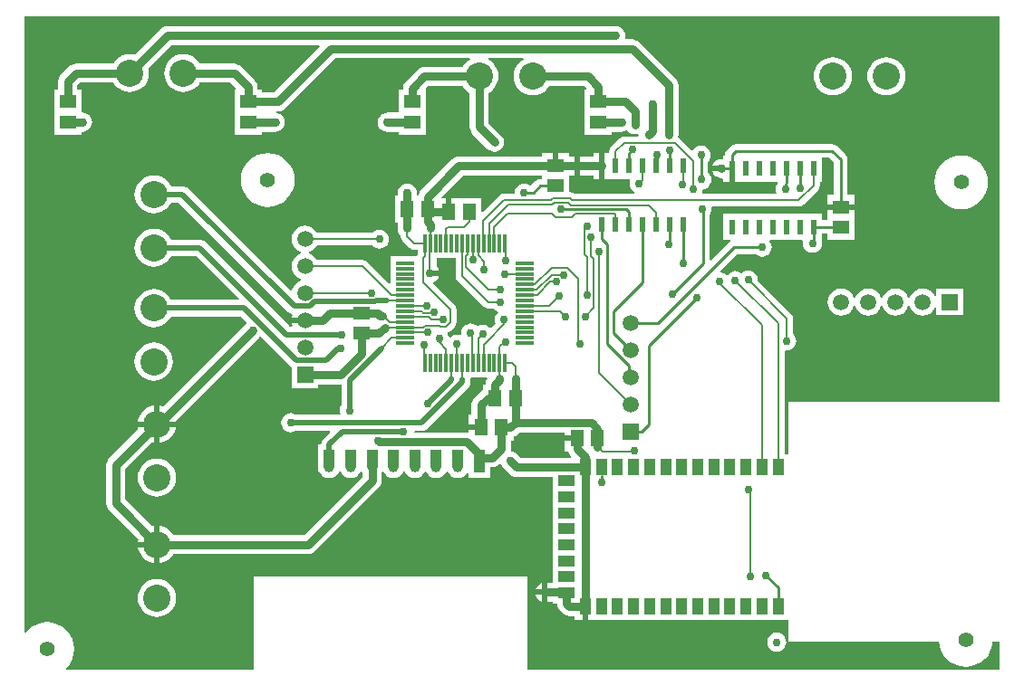
<source format=gtl>
%FSLAX25Y25*%
%MOIN*%
G70*
G01*
G75*
G04 Layer_Physical_Order=1*
G04 Layer_Color=255*
%ADD10R,0.05906X0.03937*%
%ADD11R,0.03937X0.05906*%
%ADD12R,0.01181X0.06890*%
%ADD13R,0.06890X0.01181*%
%ADD14R,0.03937X0.05906*%
%ADD15R,0.05906X0.05118*%
%ADD16R,0.05118X0.05906*%
%ADD17R,0.02362X0.05709*%
%ADD18C,0.00700*%
%ADD19C,0.03000*%
%ADD20C,0.02000*%
%ADD21C,0.01000*%
%ADD22C,0.05512*%
%ADD23C,0.10000*%
%ADD24R,0.03937X0.03937*%
%ADD25C,0.03937*%
%ADD26C,0.05906*%
%ADD27R,0.05906X0.05906*%
%ADD28R,0.05906X0.05906*%
%ADD29C,0.03000*%
G36*
X193050Y183619D02*
Y183247D01*
X192221D01*
X191245Y183053D01*
X190418Y182500D01*
X188728Y180810D01*
X188523D01*
X188128Y181113D01*
X187276Y181466D01*
X186363Y181586D01*
X185449Y181466D01*
X184598Y181113D01*
X183867Y180552D01*
X183306Y179821D01*
X182953Y178970D01*
X182833Y178056D01*
X182697Y177902D01*
X178942D01*
X178942Y177902D01*
X178025Y177720D01*
X177248Y177200D01*
X177248Y177200D01*
X171200Y171152D01*
X170738Y171343D01*
Y176200D01*
X159698D01*
Y171247D01*
X157698D01*
Y176200D01*
X156142D01*
X155950Y176662D01*
X163802Y184514D01*
X193050D01*
Y183619D01*
D02*
G37*
G36*
X361400Y101548D02*
X361046Y101194D01*
X283527Y101194D01*
Y82020D01*
X282154D01*
Y119769D01*
X282530Y120098D01*
X282946Y120044D01*
X283860Y120164D01*
X284712Y120517D01*
X285443Y121078D01*
X286004Y121809D01*
X286356Y122660D01*
X286477Y123574D01*
X286356Y124488D01*
X286004Y125339D01*
X285443Y126070D01*
X285342Y126147D01*
Y131971D01*
X285343Y131971D01*
X285160Y132888D01*
X284641Y133666D01*
X284641Y133666D01*
X272294Y146013D01*
X272310Y146138D01*
X272190Y147052D01*
X271837Y147903D01*
X271276Y148634D01*
X270545Y149195D01*
X269694Y149548D01*
X268780Y149668D01*
X267866Y149548D01*
X267015Y149195D01*
X266284Y148634D01*
X266229Y148563D01*
X265790Y148900D01*
X264938Y149253D01*
X264024Y149373D01*
X263111Y149253D01*
X262259Y148900D01*
X261528Y148339D01*
X261219Y147936D01*
X260718D01*
X260636Y148043D01*
X259905Y148604D01*
X259054Y148957D01*
X258700Y149003D01*
X258521Y149531D01*
X264575Y155585D01*
X271501D01*
X272163Y155077D01*
X273014Y154724D01*
X273928Y154604D01*
X274842Y154724D01*
X275693Y155077D01*
X276424Y155638D01*
X276985Y156369D01*
X277338Y157221D01*
X277458Y158134D01*
X277338Y159048D01*
X276985Y159899D01*
X276660Y160324D01*
X276907Y160824D01*
X288677D01*
X288995Y160324D01*
X288897Y159576D01*
X289017Y158662D01*
X289370Y157811D01*
X289931Y157080D01*
X290662Y156519D01*
X291513Y156166D01*
X292427Y156046D01*
X293341Y156166D01*
X294192Y156519D01*
X294923Y157080D01*
X295484Y157811D01*
X295837Y158662D01*
X295957Y159576D01*
X295859Y160324D01*
X295941Y160824D01*
X295941D01*
X295941Y160824D01*
Y163129D01*
X297874D01*
Y160986D01*
X307780D01*
Y168466D01*
Y172025D01*
X297874D01*
Y168466D01*
Y168227D01*
X295941D01*
Y170532D01*
X259579D01*
Y160824D01*
X262144D01*
X262296Y160324D01*
X261717Y159937D01*
X255107Y153327D01*
X254645Y153519D01*
Y170296D01*
X254861Y170576D01*
X255213Y171428D01*
X255334Y172342D01*
X255282Y172734D01*
X255612Y173110D01*
X287404D01*
X287404Y173110D01*
X288321Y173292D01*
X289099Y173812D01*
X294454Y179167D01*
X294454Y179167D01*
X294974Y179945D01*
X295156Y180862D01*
X295156Y180862D01*
Y182280D01*
X295941D01*
Y191122D01*
X298616D01*
X300278Y189460D01*
Y177584D01*
X297874D01*
Y174025D01*
X307780D01*
Y177584D01*
X305376D01*
Y190516D01*
X305182Y191491D01*
X304630Y192318D01*
X301474Y195474D01*
X300648Y196026D01*
X299672Y196220D01*
X264310D01*
X263334Y196026D01*
X262507Y195474D01*
X260958Y193924D01*
X260405Y193097D01*
X260211Y192122D01*
Y191989D01*
X259579D01*
Y190967D01*
X259203Y190637D01*
X258827Y190687D01*
X257914Y190566D01*
X257062Y190214D01*
X256331Y189653D01*
X255770Y188921D01*
X255453Y188156D01*
X258827D01*
Y186156D01*
X255453D01*
X255770Y185391D01*
X256331Y184660D01*
X256353Y184638D01*
X257084Y184077D01*
X257936Y183725D01*
X258849Y183604D01*
X259203Y183651D01*
X259579Y183321D01*
Y182280D01*
X261760D01*
Y187135D01*
X263760D01*
Y182280D01*
X279481D01*
X279728Y181780D01*
X279417Y181375D01*
X279064Y180523D01*
X278944Y179610D01*
X279064Y178696D01*
X279221Y178318D01*
X278943Y177902D01*
X252177D01*
X251899Y178318D01*
X251966Y178480D01*
X252087Y179394D01*
X252063Y179570D01*
X252589Y179639D01*
X253441Y179992D01*
X254172Y180553D01*
X254733Y181284D01*
X255086Y182135D01*
X255206Y183049D01*
X255086Y183963D01*
X254733Y184814D01*
X254172Y185545D01*
X254060Y185631D01*
Y189632D01*
X254568Y190295D01*
X254921Y191146D01*
X255041Y192060D01*
X254921Y192974D01*
X254568Y193825D01*
X254007Y194556D01*
X253276Y195117D01*
X252425Y195470D01*
X251511Y195590D01*
X250597Y195470D01*
X249746Y195117D01*
X249015Y194556D01*
X248605Y194022D01*
X248001Y193919D01*
X243634Y198285D01*
X243028Y198690D01*
X243120Y199390D01*
Y217812D01*
X243000Y218726D01*
X242647Y219578D01*
X242086Y220309D01*
X228653Y233741D01*
X227922Y234302D01*
X227071Y234655D01*
X226157Y234775D01*
X223737D01*
X223442Y235275D01*
X223548Y236076D01*
X223427Y236990D01*
X223075Y237842D01*
X222514Y238573D01*
X221782Y239134D01*
X220931Y239486D01*
X220017Y239607D01*
X55133D01*
X54219Y239486D01*
X53368Y239134D01*
X52636Y238573D01*
X43108Y229044D01*
X42698Y229168D01*
X41326Y229303D01*
X39953Y229168D01*
X38634Y228768D01*
X37418Y228118D01*
X36352Y227243D01*
X35477Y226177D01*
X35275Y225800D01*
X21501D01*
X20587Y225679D01*
X19736Y225327D01*
X19005Y224766D01*
X16045Y221806D01*
X15484Y221075D01*
X15132Y220223D01*
X15011Y219310D01*
Y216257D01*
X13589D01*
Y207138D01*
Y199658D01*
X23494D01*
Y200687D01*
X23946D01*
X24860Y200807D01*
X25712Y201160D01*
X26443Y201721D01*
X27004Y202452D01*
X27356Y203304D01*
X27477Y204217D01*
X27356Y205131D01*
X27004Y205982D01*
X26443Y206714D01*
X25712Y207275D01*
X24860Y207627D01*
X23946Y207747D01*
X23494D01*
Y216257D01*
X22072D01*
Y217847D01*
X22963Y218739D01*
X35275D01*
X35477Y218362D01*
X36352Y217296D01*
X37418Y216421D01*
X38634Y215771D01*
X39953Y215371D01*
X41326Y215235D01*
X42698Y215371D01*
X44017Y215771D01*
X45234Y216421D01*
X46299Y217296D01*
X47174Y218362D01*
X47824Y219578D01*
X48224Y220897D01*
X48360Y222269D01*
X48224Y223642D01*
X48100Y224051D01*
X56595Y232546D01*
X110994D01*
X111185Y232084D01*
X94329Y215228D01*
X89782D01*
Y216257D01*
X88360D01*
Y217197D01*
X88360Y217197D01*
X88240Y218111D01*
X87887Y218962D01*
X87326Y219693D01*
X82253Y224766D01*
X81522Y225327D01*
X80671Y225679D01*
X79757Y225800D01*
X67061D01*
X66859Y226177D01*
X65984Y227243D01*
X64919Y228118D01*
X63702Y228768D01*
X62383Y229168D01*
X61011Y229303D01*
X59639Y229168D01*
X58319Y228768D01*
X57103Y228118D01*
X56037Y227243D01*
X55162Y226177D01*
X54512Y224961D01*
X54112Y223642D01*
X53977Y222269D01*
X54112Y220897D01*
X54512Y219578D01*
X55162Y218362D01*
X56037Y217296D01*
X57103Y216421D01*
X58319Y215771D01*
X59639Y215371D01*
X61011Y215235D01*
X62383Y215371D01*
X63702Y215771D01*
X64919Y216421D01*
X65984Y217296D01*
X66859Y218362D01*
X67061Y218739D01*
X78295D01*
X80316Y216719D01*
X80124Y216257D01*
X79877D01*
Y207138D01*
Y199658D01*
X89782D01*
Y200687D01*
X94748D01*
X95662Y200807D01*
X96513Y201160D01*
X97244Y201721D01*
X97805Y202452D01*
X98158Y203304D01*
X98278Y204217D01*
X98158Y205131D01*
X97805Y205982D01*
X97244Y206714D01*
X96513Y207275D01*
X95662Y207627D01*
X95357Y207667D01*
X95389Y208167D01*
X95791D01*
X96705Y208288D01*
X97556Y208640D01*
X98287Y209201D01*
X116801Y227715D01*
X166369D01*
X166494Y227215D01*
X165938Y226918D01*
X164872Y226043D01*
X163997Y224977D01*
X163796Y224600D01*
X149705D01*
X148792Y224479D01*
X147940Y224127D01*
X147209Y223566D01*
X142786Y219142D01*
X142225Y218411D01*
X141872Y217560D01*
X141752Y216646D01*
Y216257D01*
X140329D01*
Y207747D01*
X136100D01*
X135186Y207627D01*
X134335Y207275D01*
X133603Y206714D01*
X133494Y206604D01*
X132933Y205873D01*
X132580Y205022D01*
X132460Y204108D01*
X132580Y203194D01*
X132933Y202343D01*
X133494Y201612D01*
X134225Y201051D01*
X135077Y200698D01*
X135990Y200578D01*
X136821Y200687D01*
X140329D01*
Y199658D01*
X150235D01*
Y207138D01*
Y216257D01*
X150235Y216257D01*
X150235D01*
X150354Y216725D01*
X151168Y217539D01*
X163796D01*
X163997Y217162D01*
X164872Y216096D01*
X165938Y215221D01*
X166316Y215019D01*
Y202505D01*
X166436Y201591D01*
X166789Y200740D01*
X167350Y200009D01*
X173044Y194315D01*
X173775Y193754D01*
X174626Y193402D01*
X175540Y193281D01*
X176453Y193402D01*
X177305Y193754D01*
X178036Y194315D01*
X178597Y195046D01*
X178950Y195898D01*
X179070Y196811D01*
X178950Y197725D01*
X178597Y198576D01*
X178036Y199308D01*
X173376Y203967D01*
Y215019D01*
X173754Y215221D01*
X174820Y216096D01*
X175694Y217162D01*
X176344Y218378D01*
X176745Y219697D01*
X176880Y221069D01*
X176745Y222442D01*
X176344Y223761D01*
X175694Y224977D01*
X174820Y226043D01*
X173754Y226918D01*
X173198Y227215D01*
X173323Y227715D01*
X186054D01*
X186179Y227215D01*
X185623Y226918D01*
X184557Y226043D01*
X183683Y224977D01*
X183033Y223761D01*
X182632Y222442D01*
X182497Y221069D01*
X182632Y219697D01*
X183033Y218378D01*
X183683Y217162D01*
X184557Y216096D01*
X185623Y215221D01*
X186839Y214571D01*
X188159Y214171D01*
X189531Y214036D01*
X190903Y214171D01*
X192223Y214571D01*
X193439Y215221D01*
X194505Y216096D01*
X195379Y217162D01*
X195581Y217539D01*
X208468D01*
X209289Y216719D01*
X209098Y216257D01*
X208706D01*
Y207138D01*
Y199658D01*
X218611D01*
Y200687D01*
X222139D01*
X223052Y200807D01*
X223904Y201160D01*
X224316Y201106D01*
X224602Y200733D01*
X225333Y200172D01*
X226184Y199820D01*
X227098Y199699D01*
X228011Y199820D01*
X228264Y199924D01*
X228677Y199554D01*
X228702Y199363D01*
X228373Y198987D01*
X223160D01*
X222243Y198805D01*
X221932Y198597D01*
X221466Y198285D01*
X221466Y198285D01*
X218272Y195092D01*
X217753Y194315D01*
X217570Y193398D01*
X217570Y193398D01*
Y192898D01*
X215966D01*
Y188044D01*
Y183190D01*
X225118D01*
X225395Y182774D01*
X225239Y182397D01*
X225119Y181483D01*
X225239Y180570D01*
X225592Y179718D01*
X226153Y178987D01*
X226884Y178426D01*
X226942Y178402D01*
X226842Y177902D01*
X204755D01*
X204186Y178282D01*
X203269Y178464D01*
X202956Y178810D01*
Y183619D01*
Y184514D01*
X204902D01*
Y187938D01*
Y191574D01*
X202956D01*
Y192737D01*
X199003D01*
Y188178D01*
X197003D01*
Y192737D01*
X193050D01*
Y191574D01*
X162340D01*
X161426Y191454D01*
X160575Y191101D01*
X159844Y190540D01*
X148359Y179056D01*
X147798Y178324D01*
X147445Y177473D01*
X147405Y177168D01*
X146905Y177201D01*
Y178050D01*
X146785Y178963D01*
X146432Y179815D01*
X145871Y180546D01*
X145844Y180573D01*
X145113Y181134D01*
X144261Y181487D01*
X143348Y181607D01*
X142434Y181487D01*
X141583Y181134D01*
X140851Y180573D01*
X140290Y179842D01*
X139938Y178990D01*
X139817Y178077D01*
X139845Y177870D01*
Y177116D01*
X138816D01*
Y167211D01*
X139845D01*
Y165102D01*
X139965Y164188D01*
X140318Y163337D01*
X140879Y162606D01*
X140979Y162529D01*
Y162122D01*
X140979Y162122D01*
X141161Y161205D01*
X141681Y160428D01*
X144327Y157782D01*
X145104Y157262D01*
X146021Y157080D01*
X146021Y157080D01*
X147224D01*
Y155443D01*
X146927Y154998D01*
X146904Y154881D01*
X137185D01*
Y149700D01*
Y147732D01*
Y145763D01*
Y144983D01*
X136723Y144792D01*
X128706Y152809D01*
X127929Y153328D01*
X127012Y153510D01*
X127012Y153510D01*
X110112D01*
X110070Y153612D01*
X109276Y154647D01*
X108241Y155441D01*
X107268Y155844D01*
Y156385D01*
X108241Y156788D01*
X109276Y157582D01*
X110070Y158617D01*
X110112Y158718D01*
X130543D01*
X130620Y158618D01*
X131351Y158057D01*
X132203Y157704D01*
X133116Y157584D01*
X134030Y157704D01*
X134881Y158057D01*
X135612Y158618D01*
X136173Y159349D01*
X136526Y160201D01*
X136646Y161115D01*
X136526Y162028D01*
X136173Y162880D01*
X135612Y163611D01*
X134881Y164172D01*
X134030Y164524D01*
X133116Y164645D01*
X132203Y164524D01*
X131351Y164172D01*
X130620Y163611D01*
X130543Y163511D01*
X110112D01*
X110070Y163612D01*
X109276Y164647D01*
X108241Y165441D01*
X107037Y165940D01*
X105744Y166110D01*
X104451Y165940D01*
X103246Y165441D01*
X102211Y164647D01*
X101417Y163612D01*
X100918Y162407D01*
X100748Y161115D01*
X100918Y159821D01*
X101417Y158617D01*
X102211Y157582D01*
X103246Y156788D01*
X104219Y156385D01*
Y155844D01*
X103246Y155441D01*
X102211Y154647D01*
X101417Y153612D01*
X100918Y152407D01*
X100748Y151114D01*
X100918Y149821D01*
X101417Y148617D01*
X102211Y147582D01*
X103246Y146788D01*
X104219Y146385D01*
Y145844D01*
X103246Y145441D01*
X102211Y144647D01*
X101417Y143612D01*
X100918Y142407D01*
X100904Y142296D01*
X100430Y142135D01*
X62791Y179774D01*
X62164Y180255D01*
X61951Y180344D01*
X61435Y180557D01*
X60651Y180660D01*
X56424D01*
X55953Y181543D01*
X55078Y182608D01*
X54012Y183483D01*
X52796Y184133D01*
X51477Y184533D01*
X50104Y184669D01*
X48732Y184533D01*
X47412Y184133D01*
X46196Y183483D01*
X45131Y182608D01*
X44256Y181543D01*
X43606Y180326D01*
X43205Y179007D01*
X43070Y177635D01*
X43205Y176262D01*
X43606Y174943D01*
X44256Y173727D01*
X45131Y172661D01*
X46196Y171786D01*
X47412Y171136D01*
X48732Y170736D01*
X50104Y170601D01*
X51477Y170736D01*
X52796Y171136D01*
X54012Y171786D01*
X55078Y172661D01*
X55953Y173727D01*
X56424Y174609D01*
X59398D01*
X99685Y134322D01*
X99685Y134322D01*
X99957Y134113D01*
X100312Y133841D01*
X100874Y133608D01*
X101196Y133077D01*
X100918Y132407D01*
X100880Y132115D01*
X105744D01*
Y130114D01*
X100880D01*
X100918Y129822D01*
X101082Y129426D01*
X100804Y129010D01*
X100161D01*
X69082Y160089D01*
X68456Y160570D01*
X68242Y160659D01*
X67726Y160872D01*
X66943Y160975D01*
X56424D01*
X55953Y161857D01*
X55078Y162923D01*
X54012Y163798D01*
X52796Y164448D01*
X51477Y164848D01*
X50104Y164983D01*
X48732Y164848D01*
X47412Y164448D01*
X46196Y163798D01*
X45131Y162923D01*
X44256Y161857D01*
X43606Y160641D01*
X43205Y159322D01*
X43070Y157949D01*
X43205Y156577D01*
X43606Y155258D01*
X44256Y154042D01*
X45131Y152976D01*
X46196Y152101D01*
X47412Y151451D01*
X48732Y151051D01*
X50104Y150916D01*
X51477Y151051D01*
X52796Y151451D01*
X54012Y152101D01*
X55078Y152976D01*
X55953Y154042D01*
X56424Y154924D01*
X65689D01*
X81424Y139190D01*
X81232Y138727D01*
X56424D01*
X55953Y139610D01*
X55078Y140675D01*
X54012Y141550D01*
X52796Y142200D01*
X51477Y142600D01*
X50104Y142736D01*
X48732Y142600D01*
X47412Y142200D01*
X46196Y141550D01*
X45131Y140675D01*
X44256Y139610D01*
X43606Y138393D01*
X43205Y137074D01*
X43070Y135702D01*
X43205Y134329D01*
X43606Y133010D01*
X44256Y131794D01*
X45131Y130728D01*
X46196Y129853D01*
X47412Y129203D01*
X48732Y128803D01*
X50104Y128668D01*
X51477Y128803D01*
X52796Y129203D01*
X54012Y129853D01*
X55078Y130728D01*
X55953Y131794D01*
X56424Y132676D01*
X81987D01*
X84122Y130541D01*
X84089Y130042D01*
X83967Y129948D01*
X53639Y99620D01*
X52676Y99912D01*
X52304Y99948D01*
Y94013D01*
X58240D01*
X58220Y94216D01*
X88960Y124956D01*
X89053Y125077D01*
X89552Y125110D01*
X100340Y114322D01*
X100791Y113976D01*
Y106162D01*
X110696D01*
Y107584D01*
X119075D01*
X119093Y107569D01*
Y99768D01*
X119061Y99727D01*
X118709Y98875D01*
X118588Y97962D01*
X118709Y97048D01*
X118747Y96954D01*
X118470Y96539D01*
X102300D01*
X102259Y96570D01*
X101407Y96923D01*
X100494Y97043D01*
X99580Y96923D01*
X98729Y96570D01*
X97997Y96009D01*
X97436Y95278D01*
X97084Y94426D01*
X96964Y93513D01*
X97084Y92599D01*
X97436Y91748D01*
X97997Y91016D01*
X98729Y90455D01*
X99580Y90103D01*
X100494Y89982D01*
X101407Y90103D01*
X102259Y90455D01*
X102300Y90487D01*
X114854D01*
X115046Y90025D01*
X112546Y87526D01*
X112066Y86899D01*
X111977Y86685D01*
X111763Y86169D01*
X111677Y85513D01*
X110718D01*
Y77322D01*
X110683Y77061D01*
X110718Y76799D01*
Y75608D01*
X110992D01*
X111220Y75059D01*
X111856Y74230D01*
X112685Y73594D01*
X113650Y73194D01*
X114686Y73058D01*
X115722Y73194D01*
X116687Y73594D01*
X117516Y74230D01*
X118152Y75059D01*
X118380Y75608D01*
X118867D01*
X119094Y75059D01*
X119730Y74230D01*
X120559Y73594D01*
X121524Y73194D01*
X122560Y73058D01*
X123596Y73194D01*
X124562Y73594D01*
X125391Y74230D01*
X126027Y75059D01*
X126254Y75608D01*
X126741D01*
X126904Y75213D01*
Y73651D01*
X105425Y52173D01*
X57354D01*
X57153Y52550D01*
X56278Y53616D01*
X55212Y54491D01*
X53996Y55141D01*
X52676Y55541D01*
X52304Y55578D01*
Y48643D01*
Y41707D01*
X52676Y41744D01*
X53996Y42144D01*
X55212Y42794D01*
X56278Y43669D01*
X57153Y44735D01*
X57354Y45112D01*
X106888D01*
X107801Y45232D01*
X108653Y45585D01*
X109384Y46146D01*
X132931Y69693D01*
X133492Y70424D01*
X133844Y71275D01*
X133965Y72189D01*
Y75213D01*
X134128Y75608D01*
X134615D01*
X134842Y75059D01*
X135478Y74230D01*
X136307Y73594D01*
X137272Y73194D01*
X138308Y73058D01*
X139344Y73194D01*
X140310Y73594D01*
X141139Y74230D01*
X141775Y75059D01*
X142002Y75608D01*
X142489D01*
X142716Y75059D01*
X143352Y74230D01*
X144181Y73594D01*
X145146Y73194D01*
X146182Y73058D01*
X147218Y73194D01*
X148184Y73594D01*
X149013Y74230D01*
X149649Y75059D01*
X149876Y75608D01*
X150363D01*
X150590Y75059D01*
X151226Y74230D01*
X152055Y73594D01*
X153020Y73194D01*
X154056Y73058D01*
X155092Y73194D01*
X156058Y73594D01*
X156887Y74230D01*
X157523Y75059D01*
X157750Y75608D01*
X158237D01*
X158464Y75059D01*
X159100Y74230D01*
X159929Y73594D01*
X160894Y73194D01*
X161930Y73058D01*
X162966Y73194D01*
X163932Y73594D01*
X164761Y74230D01*
X165336Y74980D01*
X165644Y74938D01*
X165836Y74845D01*
Y73092D01*
X173773D01*
Y75608D01*
Y77030D01*
X174627D01*
X175541Y77150D01*
X176392Y77503D01*
X177123Y78064D01*
X177439Y78380D01*
X177998Y78232D01*
X178254Y77614D01*
X178815Y76883D01*
X181126Y74571D01*
X181857Y74010D01*
X182709Y73658D01*
X183623Y73537D01*
X197050D01*
Y68178D01*
Y62272D01*
Y56367D01*
Y50461D01*
Y44556D01*
Y38650D01*
Y34570D01*
X194955D01*
Y31040D01*
Y27509D01*
X197050D01*
Y26839D01*
X198486D01*
X198592Y26031D01*
X198945Y25179D01*
X199506Y24448D01*
X200564Y23390D01*
X201295Y22829D01*
X202147Y22477D01*
X203060Y22356D01*
X204924D01*
Y20934D01*
X207892D01*
Y25886D01*
X209892D01*
Y20934D01*
X283527D01*
Y12762D01*
X338993Y12762D01*
X339107Y11605D01*
X339672Y9743D01*
X340589Y8028D01*
X341823Y6524D01*
X343326Y5291D01*
X345042Y4374D01*
X346903Y3809D01*
X348838Y3618D01*
X350774Y3809D01*
X352635Y4374D01*
X354351Y5291D01*
X355854Y6524D01*
X357088Y8028D01*
X358005Y9743D01*
X358570Y11605D01*
X358684Y12762D01*
X361400D01*
Y2549D01*
X187682D01*
Y36916D01*
X86789D01*
Y2549D01*
X17948D01*
X17780Y3020D01*
X17933Y3145D01*
X19166Y4649D01*
X20083Y6364D01*
X20648Y8225D01*
X20839Y10161D01*
X20648Y12097D01*
X20083Y13958D01*
X19166Y15673D01*
X17933Y17177D01*
X16429Y18411D01*
X14714Y19328D01*
X12852Y19892D01*
X10917Y20083D01*
X8981Y19892D01*
X7120Y19328D01*
X5404Y18411D01*
X3901Y17177D01*
X3049Y16139D01*
X2549Y16318D01*
Y243235D01*
X361400D01*
Y101548D01*
D02*
G37*
G36*
X161198Y147606D02*
X161198Y147606D01*
X161380Y146689D01*
X161900Y145912D01*
X171480Y136331D01*
X171480Y136331D01*
X172258Y135812D01*
X173175Y135629D01*
X175111D01*
X175188Y135529D01*
X175919Y134968D01*
X176672Y134656D01*
X176777Y134342D01*
X176782Y134110D01*
X176553Y133934D01*
X175992Y133203D01*
X175639Y132352D01*
X175519Y131438D01*
X175639Y130524D01*
X175880Y129943D01*
X174335Y128399D01*
X173836Y128432D01*
X173727Y128574D01*
X172996Y129135D01*
X172145Y129488D01*
X171231Y129608D01*
X170317Y129488D01*
X169466Y129135D01*
X169375Y129065D01*
X169190Y129089D01*
X168459Y129650D01*
X167608Y130003D01*
X166694Y130123D01*
X165780Y130003D01*
X164929Y129650D01*
X164198Y129089D01*
X163637Y128358D01*
X163284Y127507D01*
X163164Y126593D01*
X163227Y126112D01*
X162769Y125761D01*
X162541Y125856D01*
X161627Y125976D01*
X160713Y125856D01*
X159862Y125503D01*
X159131Y124942D01*
X159101Y124903D01*
X158579Y125043D01*
X158543Y125315D01*
X158190Y126166D01*
X158119Y126258D01*
X158296Y126726D01*
X158574Y126782D01*
X159351Y127301D01*
X160845Y128795D01*
X160845Y128795D01*
X161364Y129572D01*
X161547Y130489D01*
X161547Y130489D01*
Y135162D01*
X161547Y135162D01*
X161364Y136079D01*
X160845Y136857D01*
X152934Y144768D01*
X153051Y145358D01*
X153456Y145526D01*
X154187Y146087D01*
X154748Y146818D01*
X155065Y147583D01*
X151691D01*
Y149583D01*
X155065D01*
X154748Y150348D01*
X154187Y151079D01*
X154087Y151156D01*
Y154031D01*
X161198D01*
Y147606D01*
D02*
G37*
G36*
X172831Y109633D02*
X172636Y109379D01*
X172283Y108527D01*
X172166Y107641D01*
X171134D01*
Y105591D01*
X170603Y105184D01*
X168040Y102621D01*
X167479Y101890D01*
X167127Y101039D01*
X167006Y100125D01*
Y96674D01*
X165977D01*
Y92721D01*
X170536D01*
Y90721D01*
X165977D01*
Y90247D01*
X165602Y89917D01*
X165384Y89946D01*
X146034D01*
X146016Y89987D01*
X146338Y90487D01*
X148711D01*
X149494Y90590D01*
X149921Y90767D01*
X150224Y90892D01*
X150414Y91038D01*
X150850Y91373D01*
X150850Y91373D01*
X165734Y106256D01*
X165734Y106256D01*
X166069Y106693D01*
X166215Y106883D01*
X166215Y106883D01*
X166303Y107097D01*
X166517Y107613D01*
X166620Y108396D01*
X166620Y108396D01*
Y109551D01*
X166593Y109757D01*
X166923Y110133D01*
X172584D01*
X172831Y109633D01*
D02*
G37*
G36*
X201268Y88813D02*
X205827D01*
Y86813D01*
X201268D01*
Y82860D01*
X202487D01*
X202770Y82178D01*
X203331Y81447D01*
X203718Y81060D01*
X203527Y80598D01*
X185085D01*
X183807Y81875D01*
X183076Y82436D01*
X182225Y82789D01*
X181516Y82882D01*
X181427Y83037D01*
X181547Y83950D01*
Y86769D01*
X182576D01*
Y88421D01*
X183163Y88664D01*
X183894Y89225D01*
X184635Y89966D01*
X201268D01*
Y88813D01*
D02*
G37*
%LPC*%
G36*
X51304Y80362D02*
X49932Y80227D01*
X48612Y79826D01*
X47396Y79176D01*
X46330Y78302D01*
X45456Y77236D01*
X44806Y76020D01*
X44405Y74700D01*
X44270Y73328D01*
X44405Y71956D01*
X44806Y70636D01*
X45456Y69420D01*
X46330Y68354D01*
X47396Y67479D01*
X48612Y66829D01*
X49932Y66429D01*
X51304Y66294D01*
X52676Y66429D01*
X53996Y66829D01*
X55212Y67479D01*
X56278Y68354D01*
X57153Y69420D01*
X57803Y70636D01*
X58203Y71956D01*
X58338Y73328D01*
X58203Y74700D01*
X57803Y76020D01*
X57153Y77236D01*
X56278Y78302D01*
X55212Y79176D01*
X53996Y79826D01*
X52676Y80227D01*
X51304Y80362D01*
D02*
G37*
G36*
X50304Y92013D02*
X44369D01*
X44405Y91641D01*
X44530Y91231D01*
X33674Y80375D01*
X33674Y80375D01*
X33283Y79865D01*
X33113Y79644D01*
X33113Y79644D01*
X32760Y78793D01*
X32672Y78120D01*
X32640Y77879D01*
Y77879D01*
Y77879D01*
Y63776D01*
X32760Y62863D01*
X33113Y62011D01*
X33674Y61280D01*
X44530Y50424D01*
X44405Y50015D01*
X44369Y49643D01*
X50304D01*
Y55578D01*
X49932Y55541D01*
X49522Y55417D01*
X39700Y65239D01*
Y76417D01*
X49522Y86238D01*
X49932Y86114D01*
X50304Y86077D01*
Y92013D01*
D02*
G37*
G36*
X51304Y35991D02*
X49932Y35856D01*
X48612Y35456D01*
X47396Y34806D01*
X46330Y33931D01*
X45456Y32865D01*
X44806Y31649D01*
X44405Y30330D01*
X44270Y28958D01*
X44405Y27585D01*
X44806Y26266D01*
X45456Y25050D01*
X46330Y23984D01*
X47396Y23109D01*
X48612Y22459D01*
X49932Y22059D01*
X51304Y21924D01*
X52676Y22059D01*
X53996Y22459D01*
X55212Y23109D01*
X56278Y23984D01*
X57153Y25050D01*
X57803Y26266D01*
X58203Y27585D01*
X58338Y28958D01*
X58203Y30330D01*
X57803Y31649D01*
X57153Y32865D01*
X56278Y33931D01*
X55212Y34806D01*
X53996Y35456D01*
X52676Y35856D01*
X51304Y35991D01*
D02*
G37*
G36*
X279276Y16186D02*
X278362Y16066D01*
X277511Y15713D01*
X276780Y15152D01*
X276219Y14421D01*
X275866Y13570D01*
X275746Y12656D01*
X275866Y11743D01*
X276219Y10891D01*
X276780Y10160D01*
X277511Y9599D01*
X278362Y9246D01*
X279276Y9126D01*
X280190Y9246D01*
X281041Y9599D01*
X281772Y10160D01*
X282333Y10891D01*
X282686Y11743D01*
X282806Y12656D01*
X282686Y13570D01*
X282333Y14421D01*
X281772Y15152D01*
X281041Y15713D01*
X280190Y16066D01*
X279276Y16186D01*
D02*
G37*
G36*
X192955Y30040D02*
X190581D01*
X190898Y29275D01*
X191459Y28543D01*
X192190Y27983D01*
X192955Y27665D01*
Y30040D01*
D02*
G37*
G36*
X50304Y47642D02*
X44369D01*
X44405Y47270D01*
X44806Y45951D01*
X45456Y44735D01*
X46330Y43669D01*
X47396Y42794D01*
X48612Y42144D01*
X49932Y41744D01*
X50304Y41707D01*
Y47642D01*
D02*
G37*
G36*
X192955Y34414D02*
X192190Y34097D01*
X191459Y33536D01*
X190898Y32805D01*
X190581Y32040D01*
X192955D01*
Y34414D01*
D02*
G37*
G36*
X58240Y92013D02*
X52304D01*
Y86077D01*
X52676Y86114D01*
X53996Y86514D01*
X55212Y87164D01*
X56278Y88039D01*
X57153Y89105D01*
X57803Y90321D01*
X58203Y91641D01*
X58240Y92013D01*
D02*
G37*
G36*
X213966Y192898D02*
X211785D01*
Y191574D01*
X206902D01*
Y187938D01*
Y184514D01*
X211785D01*
Y183190D01*
X213966D01*
Y188044D01*
Y192898D01*
D02*
G37*
G36*
X92018Y192845D02*
X90082Y192655D01*
X88221Y192090D01*
X86506Y191173D01*
X85002Y189939D01*
X83768Y188436D01*
X82851Y186720D01*
X82287Y184859D01*
X82096Y182923D01*
X82287Y180988D01*
X82851Y179127D01*
X83768Y177411D01*
X85002Y175908D01*
X86506Y174674D01*
X88221Y173757D01*
X90082Y173192D01*
X92018Y173002D01*
X93954Y173192D01*
X95815Y173757D01*
X97530Y174674D01*
X99034Y175908D01*
X100268Y177411D01*
X101184Y179127D01*
X101749Y180988D01*
X101940Y182923D01*
X101749Y184859D01*
X101184Y186720D01*
X100268Y188436D01*
X99034Y189939D01*
X97530Y191173D01*
X95815Y192090D01*
X93954Y192655D01*
X92018Y192845D01*
D02*
G37*
G36*
X319598Y228103D02*
X318226Y227968D01*
X316906Y227568D01*
X315690Y226918D01*
X314624Y226043D01*
X313750Y224977D01*
X313100Y223761D01*
X312699Y222442D01*
X312564Y221069D01*
X312699Y219697D01*
X313100Y218378D01*
X313750Y217162D01*
X314624Y216096D01*
X315690Y215221D01*
X316906Y214571D01*
X318226Y214171D01*
X319598Y214036D01*
X320970Y214171D01*
X322290Y214571D01*
X323506Y215221D01*
X324572Y216096D01*
X325447Y217162D01*
X326097Y218378D01*
X326497Y219697D01*
X326632Y221069D01*
X326497Y222442D01*
X326097Y223761D01*
X325447Y224977D01*
X324572Y226043D01*
X323506Y226918D01*
X322290Y227568D01*
X320970Y227968D01*
X319598Y228103D01*
D02*
G37*
G36*
X299913D02*
X298541Y227968D01*
X297221Y227568D01*
X296005Y226918D01*
X294939Y226043D01*
X294064Y224977D01*
X293414Y223761D01*
X293014Y222442D01*
X292879Y221069D01*
X293014Y219697D01*
X293414Y218378D01*
X294064Y217162D01*
X294939Y216096D01*
X296005Y215221D01*
X297221Y214571D01*
X298541Y214171D01*
X299913Y214036D01*
X301285Y214171D01*
X302605Y214571D01*
X303821Y215221D01*
X304887Y216096D01*
X305761Y217162D01*
X306411Y218378D01*
X306812Y219697D01*
X306947Y221069D01*
X306812Y222442D01*
X306411Y223761D01*
X305761Y224977D01*
X304887Y226043D01*
X303821Y226918D01*
X302605Y227568D01*
X301285Y227968D01*
X299913Y228103D01*
D02*
G37*
G36*
X50104Y123050D02*
X48732Y122915D01*
X47412Y122515D01*
X46196Y121865D01*
X45131Y120990D01*
X44256Y119924D01*
X43606Y118708D01*
X43205Y117389D01*
X43070Y116017D01*
X43205Y114644D01*
X43606Y113325D01*
X44256Y112109D01*
X45131Y111043D01*
X46196Y110168D01*
X47412Y109518D01*
X48732Y109118D01*
X50104Y108983D01*
X51477Y109118D01*
X52796Y109518D01*
X54012Y110168D01*
X55078Y111043D01*
X55953Y112109D01*
X56603Y113325D01*
X57003Y114644D01*
X57138Y116017D01*
X57003Y117389D01*
X56603Y118708D01*
X55953Y119924D01*
X55078Y120990D01*
X54012Y121865D01*
X52796Y122515D01*
X51477Y122915D01*
X50104Y123050D01*
D02*
G37*
G36*
X50304Y99948D02*
X49932Y99912D01*
X48612Y99511D01*
X47396Y98861D01*
X46330Y97987D01*
X45456Y96921D01*
X44806Y95705D01*
X44405Y94385D01*
X44369Y94013D01*
X50304D01*
Y99948D01*
D02*
G37*
G36*
X347149Y192000D02*
X345213Y191810D01*
X343352Y191245D01*
X341637Y190328D01*
X340133Y189094D01*
X338899Y187591D01*
X337982Y185876D01*
X337418Y184014D01*
X337227Y182079D01*
X337418Y180143D01*
X337982Y178282D01*
X338899Y176567D01*
X340133Y175063D01*
X341637Y173829D01*
X343352Y172912D01*
X345213Y172348D01*
X347149Y172157D01*
X349084Y172348D01*
X350946Y172912D01*
X352661Y173829D01*
X354165Y175063D01*
X355399Y176567D01*
X356315Y178282D01*
X356880Y180143D01*
X357071Y182079D01*
X356880Y184014D01*
X356315Y185876D01*
X355399Y187591D01*
X354165Y189094D01*
X352661Y190328D01*
X350946Y191245D01*
X349084Y191810D01*
X347149Y192000D01*
D02*
G37*
G36*
X333000Y142996D02*
X331707Y142825D01*
X330502Y142326D01*
X329468Y141532D01*
X328674Y140498D01*
X328271Y139524D01*
X327729D01*
X327326Y140498D01*
X326532Y141532D01*
X325498Y142326D01*
X324293Y142825D01*
X323000Y142996D01*
X321707Y142825D01*
X320502Y142326D01*
X319468Y141532D01*
X318674Y140498D01*
X318271Y139524D01*
X317729D01*
X317326Y140498D01*
X316532Y141532D01*
X315498Y142326D01*
X314293Y142825D01*
X313000Y142996D01*
X311707Y142825D01*
X310502Y142326D01*
X309468Y141532D01*
X308674Y140498D01*
X308271Y139524D01*
X307729D01*
X307326Y140498D01*
X306532Y141532D01*
X305498Y142326D01*
X304293Y142825D01*
X303000Y142996D01*
X301707Y142825D01*
X300502Y142326D01*
X299468Y141532D01*
X298674Y140498D01*
X298175Y139293D01*
X298005Y138000D01*
X298175Y136707D01*
X298674Y135502D01*
X299468Y134468D01*
X300502Y133674D01*
X301707Y133175D01*
X303000Y133005D01*
X304293Y133175D01*
X305498Y133674D01*
X306532Y134468D01*
X307326Y135502D01*
X307729Y136476D01*
X308271D01*
X308674Y135502D01*
X309468Y134468D01*
X310502Y133674D01*
X311707Y133175D01*
X313000Y133005D01*
X314293Y133175D01*
X315498Y133674D01*
X316532Y134468D01*
X317326Y135502D01*
X317729Y136476D01*
X318271D01*
X318674Y135502D01*
X319468Y134468D01*
X320502Y133674D01*
X321707Y133175D01*
X323000Y133005D01*
X324293Y133175D01*
X325498Y133674D01*
X326532Y134468D01*
X327326Y135502D01*
X327729Y136476D01*
X328271D01*
X328674Y135502D01*
X329468Y134468D01*
X330502Y133674D01*
X331707Y133175D01*
X333000Y133005D01*
X334293Y133175D01*
X335498Y133674D01*
X336532Y134468D01*
X337326Y135502D01*
X337547Y136036D01*
X338047Y135936D01*
Y133047D01*
X347953D01*
Y142953D01*
X338047D01*
Y140064D01*
X337547Y139964D01*
X337326Y140498D01*
X336532Y141532D01*
X335498Y142326D01*
X334293Y142825D01*
X333000Y142996D01*
D02*
G37*
%LPD*%
D10*
X202002Y36713D02*
D03*
Y30808D02*
D03*
Y60335D02*
D03*
Y54430D02*
D03*
Y42619D02*
D03*
Y48524D02*
D03*
Y72146D02*
D03*
Y66241D02*
D03*
D11*
X208892Y25886D02*
D03*
X262042Y77067D02*
D03*
X279758D02*
D03*
X273853D02*
D03*
X267947D02*
D03*
X256136D02*
D03*
X250231D02*
D03*
X244325D02*
D03*
X238420D02*
D03*
X232514D02*
D03*
X226609D02*
D03*
X220703D02*
D03*
X214798D02*
D03*
X208892D02*
D03*
X214798Y25886D02*
D03*
X220703D02*
D03*
X226609D02*
D03*
X232514D02*
D03*
X238420D02*
D03*
X244325D02*
D03*
X250231D02*
D03*
X256136D02*
D03*
X262042D02*
D03*
X267947D02*
D03*
X273853D02*
D03*
X279758D02*
D03*
D12*
X149815Y159476D02*
D03*
X151783D02*
D03*
X153752D02*
D03*
X155720D02*
D03*
X157689D02*
D03*
X159657D02*
D03*
X161626D02*
D03*
X163594D02*
D03*
X165563D02*
D03*
X167531D02*
D03*
X169500D02*
D03*
X171468D02*
D03*
X173437D02*
D03*
X175405D02*
D03*
X177374D02*
D03*
X179342D02*
D03*
Y115578D02*
D03*
X177374D02*
D03*
X175405D02*
D03*
X173437D02*
D03*
X171468D02*
D03*
X169500D02*
D03*
X167531D02*
D03*
X165563D02*
D03*
X163594D02*
D03*
X161626D02*
D03*
X159657D02*
D03*
X157689D02*
D03*
X155720D02*
D03*
X153752D02*
D03*
X151783D02*
D03*
X149815D02*
D03*
D13*
X186527Y152291D02*
D03*
Y150322D02*
D03*
Y148354D02*
D03*
Y146385D02*
D03*
Y144417D02*
D03*
Y142448D02*
D03*
Y140480D02*
D03*
Y138511D02*
D03*
Y136543D02*
D03*
Y134574D02*
D03*
Y132606D02*
D03*
Y130637D02*
D03*
Y128669D02*
D03*
Y126700D02*
D03*
Y124732D02*
D03*
Y122763D02*
D03*
X142629D02*
D03*
Y124732D02*
D03*
Y126700D02*
D03*
Y128669D02*
D03*
Y130637D02*
D03*
Y132606D02*
D03*
Y134574D02*
D03*
Y136543D02*
D03*
Y138511D02*
D03*
Y140480D02*
D03*
Y142448D02*
D03*
Y144417D02*
D03*
Y146385D02*
D03*
Y148354D02*
D03*
Y150322D02*
D03*
Y152291D02*
D03*
D14*
X114686Y80560D02*
D03*
X122560D02*
D03*
X130434D02*
D03*
X138308D02*
D03*
X146182D02*
D03*
X154056D02*
D03*
X161930D02*
D03*
X169804D02*
D03*
D15*
X302827Y165545D02*
D03*
Y173025D02*
D03*
X84830Y211698D02*
D03*
Y204217D02*
D03*
X18541Y211698D02*
D03*
Y204217D02*
D03*
X145282Y211698D02*
D03*
Y204217D02*
D03*
X213658D02*
D03*
Y211698D02*
D03*
X198003Y180698D02*
D03*
Y188178D02*
D03*
X126707Y133860D02*
D03*
Y126380D02*
D03*
D16*
X183173Y102688D02*
D03*
X175693D02*
D03*
X178017Y91721D02*
D03*
X170536D02*
D03*
X213307Y87813D02*
D03*
X205827D02*
D03*
X150855Y172164D02*
D03*
X143375D02*
D03*
X166179Y171247D02*
D03*
X158698D02*
D03*
D17*
X214966Y166587D02*
D03*
X219966D02*
D03*
X224966D02*
D03*
X229966D02*
D03*
X234966D02*
D03*
X239966D02*
D03*
X244966D02*
D03*
X214966Y188044D02*
D03*
X219966D02*
D03*
X224966D02*
D03*
X229966D02*
D03*
X234966D02*
D03*
X239966D02*
D03*
X244966D02*
D03*
X262760Y165678D02*
D03*
X267760D02*
D03*
X272760D02*
D03*
X277760D02*
D03*
X282760D02*
D03*
X287760D02*
D03*
X292760D02*
D03*
X262760Y187135D02*
D03*
X267760D02*
D03*
X272760D02*
D03*
X277760D02*
D03*
X282760D02*
D03*
X287760D02*
D03*
X292760D02*
D03*
D18*
X179049Y129724D02*
Y131438D01*
X172853Y123528D02*
X179049Y129724D01*
X167203Y115906D02*
Y126084D01*
X166694Y126593D02*
X167203Y126084D01*
Y115906D02*
X167531Y115578D01*
X171082Y126078D02*
X171231D01*
X170231Y125226D02*
X171082Y126078D01*
X169500Y124495D02*
X170231Y125226D01*
X172828Y123528D02*
X172853D01*
X171468Y122168D02*
X172828Y123528D01*
X171468Y115578D02*
Y122168D01*
X149815Y154755D02*
Y159476D01*
X149141Y154081D02*
X149815Y154755D01*
X149141Y145172D02*
Y154081D01*
Y145172D02*
X159151Y135162D01*
Y130489D02*
Y135162D01*
X157657Y128995D02*
X159151Y130489D01*
X155545Y128995D02*
X157657D01*
X155282Y129258D02*
X155545Y128995D01*
X149771Y129258D02*
X155282D01*
X149182Y128669D02*
X149771Y129258D01*
X142629Y128669D02*
X149182D01*
X151691Y159384D02*
X151783Y159476D01*
X151691Y148583D02*
Y159384D01*
X169500Y155143D02*
Y159476D01*
Y155143D02*
X171685Y152958D01*
Y149855D02*
Y152958D01*
X279276Y12656D02*
X279667Y13047D01*
X273853Y77067D02*
Y129369D01*
X279758Y77067D02*
Y130110D01*
X264024Y145843D02*
X279758Y130110D01*
X179400Y148306D02*
X186527D01*
X105744Y141114D02*
X130504D01*
X165563Y155563D02*
Y159476D01*
X165000Y155000D02*
X165563Y155563D01*
X169500Y115578D02*
Y124495D01*
X177374Y115578D02*
Y121591D01*
X179093Y123310D01*
X179707D01*
X149697Y115696D02*
X149815Y115578D01*
X149697Y115696D02*
Y122269D01*
X155133Y123154D02*
Y124401D01*
X133873Y120905D02*
X137700Y124732D01*
X142629D01*
X135231Y128669D02*
X142629D01*
Y126700D02*
X150820D01*
X150827Y126708D01*
X159657Y109952D02*
Y115578D01*
X155133Y123154D02*
X157689Y120598D01*
Y115578D02*
Y120598D01*
X161626Y122444D02*
X161627Y122446D01*
X161626Y115578D02*
Y122444D01*
X135773Y138511D02*
X142629D01*
X163594Y109551D02*
X163594D01*
X163594D02*
Y115578D01*
X156543Y131487D02*
X156601Y131545D01*
X153307Y134012D02*
X153332Y134037D01*
X177374Y109952D02*
Y115578D01*
X152276Y131487D02*
X156543D01*
X151157Y132606D02*
X152276Y131487D01*
X142629Y132606D02*
X151157D01*
X149389Y134012D02*
X153307D01*
X148826Y134574D02*
X149389Y134012D01*
X142629Y134574D02*
X148826D01*
X136869Y130637D02*
X142629D01*
X134570Y132936D02*
X136869Y130637D01*
X150426Y136543D02*
X150445Y136562D01*
X142629Y136543D02*
X150426D01*
X127012Y151114D02*
X137646Y140480D01*
X105744Y151114D02*
X127012D01*
X179435Y153315D02*
Y159383D01*
X179342Y159476D02*
X179435Y159383D01*
X137646Y140480D02*
X142629D01*
X167531Y153506D02*
Y159476D01*
Y153506D02*
X167588Y153449D01*
X105744Y161115D02*
X133116D01*
X143375Y162122D02*
Y165102D01*
Y162122D02*
X146021Y159476D01*
X149815D01*
X151783D02*
Y165102D01*
X134282Y132936D02*
X134570D01*
X179342Y115578D02*
X181847D01*
X183173Y114252D01*
Y109952D02*
Y114252D01*
X171387Y159557D02*
X171468Y159476D01*
X175405D02*
Y165640D01*
X226289Y82724D02*
X226902Y83337D01*
X213307Y84529D02*
X215111Y82724D01*
X226289D01*
X186527Y140480D02*
X191100D01*
X186527Y142448D02*
X191042D01*
X186527Y144417D02*
X190291D01*
X163594Y147606D02*
Y159476D01*
X165000Y150800D02*
Y155000D01*
X163594Y147606D02*
X173175Y138025D01*
X177684D01*
X165000Y150800D02*
X173200Y142600D01*
X177700D01*
X269015Y68784D02*
X269723Y69493D01*
Y36846D02*
Y69493D01*
X228649Y181483D02*
X229966Y182800D01*
Y188044D01*
X244484Y181067D02*
X244966Y181550D01*
Y188044D01*
X234966Y166587D02*
Y171025D01*
X268780Y146138D02*
X282946Y131971D01*
Y123574D02*
Y131971D01*
X257676Y145547D02*
X258140D01*
X257676D02*
X273853Y129369D01*
X199684Y134574D02*
X201708Y132550D01*
X186527Y134574D02*
X199684D01*
X195565Y136543D02*
X199347Y140325D01*
X199355D01*
X186527Y136543D02*
X195565D01*
X191042Y142448D02*
X196596Y148003D01*
X191100Y140480D02*
X196073Y145453D01*
X198179D01*
X190291Y144417D02*
X196429Y150554D01*
X200271Y148003D02*
X200272Y148004D01*
X200860D01*
X196596Y148003D02*
X200271D01*
X196429Y150554D02*
X202162D01*
X206142Y146575D01*
Y123111D02*
X206817Y122435D01*
X206142Y123111D02*
Y146575D01*
X209495Y140493D02*
Y154508D01*
X219966Y188044D02*
Y193398D01*
X248556Y189960D02*
X248564Y189967D01*
X248556Y179394D02*
Y189960D01*
X214042Y111757D02*
Y156666D01*
X208882Y132550D02*
X212045Y135713D01*
Y153997D01*
X214042Y111757D02*
X225599Y100201D01*
X292760Y180862D02*
Y187135D01*
X287404Y175506D02*
X292760Y180862D01*
X219966Y193398D02*
X223160Y196591D01*
X241940D02*
X248564Y189967D01*
X223160Y196591D02*
X241940D01*
X208508Y155495D02*
X209495Y154508D01*
X211058Y154983D02*
X212045Y153997D01*
X211058Y154983D02*
Y161956D01*
X208508Y155495D02*
Y164819D01*
X209451Y165762D01*
X171387Y159557D02*
Y167951D01*
X173437Y159476D02*
Y166796D01*
X171387Y167951D02*
X178942Y175506D01*
X175405Y165640D02*
X180256Y170492D01*
X219966Y166587D02*
Y170199D01*
X219673Y170492D02*
X219966Y170199D01*
X232324Y173668D02*
X234966Y171025D01*
X173437Y166796D02*
X180601Y173959D01*
X205207Y170492D02*
X219673D01*
X204003Y169287D02*
X205207Y170492D01*
X180256D02*
X196553D01*
X197758Y169287D01*
X204003D01*
X202690Y174668D02*
X203690Y173668D01*
X232324D01*
X203269Y176068D02*
X203832Y175506D01*
X287404D01*
X180601Y173959D02*
X196701D01*
X197410Y174668D01*
X202690D01*
X178942Y175506D02*
X196267D01*
X196830Y176068D01*
X203269D01*
X157689Y159476D02*
Y164901D01*
X158275Y165487D01*
X164268D01*
X166179Y167397D01*
Y171247D01*
D19*
X52025Y93013D02*
X86464Y127452D01*
X51304Y93013D02*
X52025D01*
X169804Y80560D02*
Y81995D01*
X165384Y86415D02*
X169804Y81995D01*
X133186Y86415D02*
X165384D01*
X132686Y86915D02*
X133186Y86415D01*
X183173Y93497D02*
X211172D01*
X213307Y91361D01*
Y87813D02*
Y91361D01*
X181311Y79379D02*
X183623Y77067D01*
X208892D01*
X126707Y118747D02*
Y126380D01*
X119075Y111115D02*
X126707Y118747D01*
X105744Y111115D02*
X119075D01*
X132942Y126380D02*
X135231Y128669D01*
X126707Y126380D02*
X132942D01*
X177374Y109294D02*
Y109952D01*
X175693Y107614D02*
X177374Y109294D01*
X175693Y102688D02*
Y107614D01*
X170536Y91721D02*
Y100125D01*
X173100Y102688D01*
X114970Y133860D02*
X126707D01*
X112224Y131114D02*
X114970Y133860D01*
X105744Y131114D02*
X112224D01*
X143375Y165102D02*
Y172164D01*
X151783Y165102D02*
Y166541D01*
X150855Y167469D02*
X151783Y166541D01*
X150855Y167469D02*
Y172164D01*
X133376Y132936D02*
X134282D01*
X132452Y133860D02*
X133376Y132936D01*
X126707Y133860D02*
X132452D01*
X36170Y77879D02*
X51304Y93013D01*
X36170Y63776D02*
Y77879D01*
Y63776D02*
X51304Y48643D01*
X106888D02*
X130434Y72189D01*
X51304Y48643D02*
X106888D01*
X130434Y72189D02*
Y77061D01*
X178017Y83950D02*
Y91721D01*
X174627Y80560D02*
X178017Y83950D01*
X169804Y80560D02*
X174627D01*
X169804Y77061D02*
Y80560D01*
X208892Y25886D02*
Y77067D01*
X203060Y25886D02*
X208892D01*
X202002Y26945D02*
X203060Y25886D01*
X202002Y26945D02*
Y30808D01*
X208892Y77067D02*
Y80878D01*
X205827Y83943D02*
X208892Y80878D01*
X205827Y83943D02*
Y87813D01*
X183173Y93497D02*
Y102688D01*
X181398Y91721D02*
X183173Y93497D01*
X178017Y91721D02*
X181398D01*
X173100Y102688D02*
X175693D01*
X183173D02*
Y109952D01*
X213307Y84529D02*
Y87813D01*
X258827Y187156D02*
X258849Y187135D01*
X143375Y172164D02*
Y178050D01*
X143348Y178077D02*
X143375Y178050D01*
X162340Y188044D02*
X214966D01*
X150855Y172164D02*
Y176559D01*
X162340Y188044D01*
X189531Y221069D02*
X209930D01*
X213658Y217341D01*
Y211698D02*
Y217341D01*
X149705Y221069D02*
X169846D01*
X145282Y216646D02*
X149705Y221069D01*
X145282Y211698D02*
Y216646D01*
X61011Y222269D02*
X79757D01*
X84830Y217197D01*
Y211698D02*
Y217197D01*
X18541Y211698D02*
Y219310D01*
X21501Y222269D01*
X41326D01*
X18541Y204217D02*
X23946D01*
X213658D02*
X222139D01*
X136100D02*
X145282D01*
X135990Y204108D02*
X136100Y204217D01*
X84830D02*
X94748D01*
X201725Y30530D02*
X202002Y30808D01*
X201216Y31040D02*
X201725Y30530D01*
X193955Y31040D02*
X201216D01*
X84830Y211698D02*
X95791D01*
X115339Y231245D01*
X226157D01*
X41326Y222269D02*
X55133Y236076D01*
X220017D01*
X213658Y211698D02*
X223618D01*
X232196Y199640D02*
X233505Y200949D01*
X226157Y231245D02*
X239590Y217812D01*
Y199390D02*
Y217812D01*
X233505Y200949D02*
Y210740D01*
X227098Y203230D02*
Y208218D01*
X223618Y211698D02*
X227098Y208218D01*
X169846Y202505D02*
X175540Y196811D01*
X169846Y202505D02*
Y221069D01*
X151771Y171247D02*
X158698D01*
X150855Y172164D02*
X151771Y171247D01*
D20*
X114686Y77061D02*
Y85386D01*
X119415Y90115D02*
X141988D01*
X114686Y85386D02*
X119415Y90115D01*
X100494Y93513D02*
X148711D01*
X122118Y97962D02*
Y109150D01*
X133873Y120905D01*
X148711Y93513D02*
X163594Y108396D01*
X159657Y109226D02*
Y109952D01*
X151037Y100605D02*
X159657Y109226D01*
X163594Y108396D02*
Y109551D01*
X118037Y120897D02*
X118878D01*
X113602Y116462D02*
X118037Y120897D01*
X102480Y116462D02*
X113602D01*
X83240Y135702D02*
X102480Y116462D01*
X50104Y135702D02*
X83240D01*
X66943Y157949D02*
X98908Y125984D01*
X50104Y157949D02*
X66943D01*
X132070Y138511D02*
X135773D01*
X98908Y125984D02*
X119157D01*
X101824Y136462D02*
X107671D01*
X60651Y177635D02*
X101824Y136462D01*
X50104Y177635D02*
X60651D01*
X107671Y136462D02*
X109329Y138119D01*
X130364D01*
X131678D01*
X132070Y138511D01*
D21*
X214813Y71468D02*
Y73944D01*
X275321Y37200D02*
X279758Y32763D01*
Y25886D02*
Y32763D01*
X258849Y187135D02*
X262760D01*
X282474Y179610D02*
Y181652D01*
X282760Y181939D01*
Y187135D01*
X219268Y126585D02*
X223891Y121962D01*
X223864Y121935D02*
X223891Y121962D01*
X223864Y121935D02*
X225599Y120201D01*
X216885Y122543D02*
X225037Y114392D01*
Y110763D02*
Y114392D01*
Y110763D02*
X225599Y110201D01*
Y90201D02*
X229696D01*
X219268Y126585D02*
Y134532D01*
X229966Y145230D01*
Y166587D01*
X229696Y90201D02*
X232280Y92785D01*
Y121873D01*
X249949Y139542D01*
X240773Y140811D02*
X252096Y152135D01*
X251804Y172342D02*
X252096Y172634D01*
X251511Y183214D02*
X251676Y183049D01*
X251511Y183214D02*
Y192060D01*
X235209Y188286D02*
Y192255D01*
X234966Y188044D02*
X235209Y188286D01*
X252096Y152135D02*
Y172634D01*
X225599Y130201D02*
X235586D01*
X263519Y158134D01*
X273928D01*
X292427Y159576D02*
X292760Y159909D01*
Y165678D01*
X192221Y180698D02*
X198003D01*
X189784Y178261D02*
X192221Y180698D01*
X186568Y178261D02*
X189784D01*
X186363Y178056D02*
X186568Y178261D01*
X292760Y165678D02*
X302694D01*
X302827Y165545D01*
Y173025D02*
Y190516D01*
X299672Y193671D02*
X302827Y190516D01*
X264310Y193671D02*
X299672D01*
X262760Y192122D02*
X264310Y193671D01*
X262760Y187135D02*
Y192122D01*
X287760Y179991D02*
X288021Y179729D01*
X287760Y179991D02*
Y187135D01*
X239966Y188044D02*
Y193841D01*
X239930Y193877D02*
X239966Y193841D01*
X224966Y192674D02*
X226333Y194041D01*
X224966Y188044D02*
Y192674D01*
X239732Y159352D02*
X239966Y159586D01*
Y166587D01*
X244966Y152123D02*
X245026Y152064D01*
X244966Y152123D02*
Y166587D01*
X216885Y122543D02*
Y159114D01*
X214966Y161033D02*
X216885Y159114D01*
X214966Y161033D02*
Y166587D01*
X224966D02*
Y171059D01*
X223907Y172118D02*
X224966Y171059D01*
X200023Y172118D02*
X223907D01*
D22*
X92018Y182923D02*
D03*
X10917Y10161D02*
D03*
X348838Y13540D02*
D03*
X347149Y182079D02*
D03*
D23*
X50104Y157949D02*
D03*
Y177635D02*
D03*
Y116017D02*
D03*
Y135702D02*
D03*
X51304Y93013D02*
D03*
Y73328D02*
D03*
Y48643D02*
D03*
Y28958D02*
D03*
X41326Y222269D02*
D03*
X61011D02*
D03*
X189531Y221069D02*
D03*
X169846D02*
D03*
X319598D02*
D03*
X299913D02*
D03*
D24*
X169804Y77061D02*
D03*
D25*
X161930D02*
D03*
X154056D02*
D03*
X146182D02*
D03*
X138308D02*
D03*
X130434D02*
D03*
X122560D02*
D03*
X114686D02*
D03*
D26*
X105744Y161115D02*
D03*
Y151114D02*
D03*
Y141114D02*
D03*
Y131114D02*
D03*
Y121115D02*
D03*
X303000Y138000D02*
D03*
X313000D02*
D03*
X323000D02*
D03*
X333000D02*
D03*
X225599Y130201D02*
D03*
Y120201D02*
D03*
Y110201D02*
D03*
Y100201D02*
D03*
D27*
X105744Y111115D02*
D03*
X225599Y90201D02*
D03*
D28*
X343000Y138000D02*
D03*
D29*
X179049Y131438D02*
D03*
X166694Y126593D02*
D03*
X171231Y126078D02*
D03*
X151691Y148583D02*
D03*
X86464Y127452D02*
D03*
X132686Y86915D02*
D03*
X171685Y149855D02*
D03*
X282946Y123574D02*
D03*
X279276Y12656D02*
D03*
X264024Y145843D02*
D03*
X181311Y79379D02*
D03*
X179707Y123310D02*
D03*
X149697Y122269D02*
D03*
X155133Y124401D02*
D03*
X141988Y90115D02*
D03*
X122118Y97962D02*
D03*
X150827Y126708D02*
D03*
X151037Y100605D02*
D03*
X161627Y122446D02*
D03*
X118878Y120897D02*
D03*
X119157Y125984D02*
D03*
X156601Y131545D02*
D03*
X153332Y134037D02*
D03*
X100494Y93513D02*
D03*
X150445Y136562D02*
D03*
X130326Y141320D02*
D03*
X179435Y153315D02*
D03*
X179400Y148306D02*
D03*
X167588Y153449D02*
D03*
X133116Y161115D02*
D03*
X214813Y71468D02*
D03*
X226902Y83337D02*
D03*
X177684Y138025D02*
D03*
X177700Y142600D02*
D03*
X275321Y37200D02*
D03*
X269723Y36846D02*
D03*
X269015Y68784D02*
D03*
X228649Y181483D02*
D03*
X244484Y181067D02*
D03*
X205902Y187938D02*
D03*
X273928Y158134D02*
D03*
X282474Y179610D02*
D03*
X268780Y146138D02*
D03*
X258140Y145547D02*
D03*
X201708Y132550D02*
D03*
X199355Y140325D02*
D03*
X198179Y145453D02*
D03*
X200860Y148004D02*
D03*
X206817Y122435D02*
D03*
X208882Y132550D02*
D03*
X209495Y140493D02*
D03*
X249949Y139542D02*
D03*
X240773Y140811D02*
D03*
X258827Y187156D02*
D03*
X251804Y172342D02*
D03*
X251676Y183049D02*
D03*
X251511Y192060D02*
D03*
X235209Y192255D02*
D03*
X248556Y179394D02*
D03*
X143348Y178077D02*
D03*
X292427Y159576D02*
D03*
X214042Y156666D02*
D03*
X186363Y178056D02*
D03*
X288021Y179729D02*
D03*
X23946Y204217D02*
D03*
X222139D02*
D03*
X135990Y204108D02*
D03*
X94748Y204217D02*
D03*
X193955Y31040D02*
D03*
X239930Y193877D02*
D03*
X220017Y236076D02*
D03*
X226333Y194041D02*
D03*
X232196Y199640D02*
D03*
X239590Y199390D02*
D03*
X233505Y210740D02*
D03*
X239732Y159352D02*
D03*
X245026Y152064D02*
D03*
X227098Y203230D02*
D03*
X211058Y161956D02*
D03*
X209451Y165762D02*
D03*
X200023Y172118D02*
D03*
X175540Y196811D02*
D03*
X166179Y171247D02*
D03*
M02*

</source>
